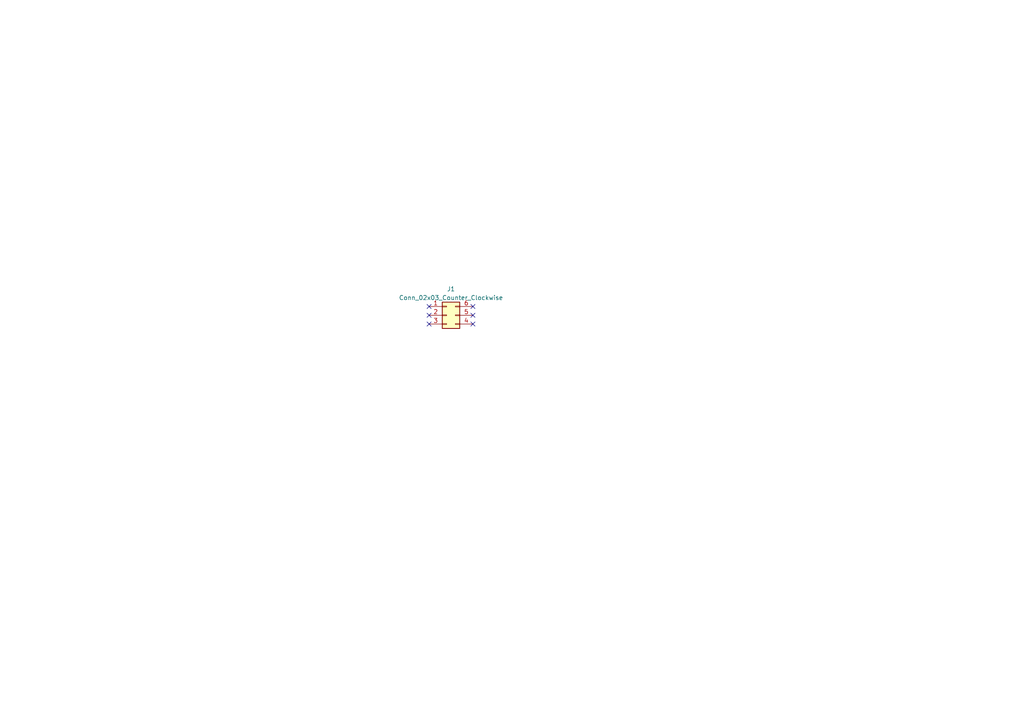
<source format=kicad_sch>
(kicad_sch (version 20220404) (generator eeschema)
  (paper "A4")
  (lib_symbols
    (symbol "Connector_Generic:Conn_02x03_Counter_Clockwise" (pin_names (offset 1.016) hide)
      (property "Reference" "J" (at 1.27 5.08 0))
      (property "Value" "Conn_02x03_Counter_Clockwise" (at 1.27 -5.08 0))
      (symbol "Conn_02x03_Counter_Clockwise_1_1"
        (rectangle (start -1.27 -2.413) (end 0 -2.667) (stroke (width 0.1524)))
        (rectangle (start -1.27 0.127) (end 0 -0.127) (stroke (width 0.1524)))
        (rectangle (start -1.27 2.667) (end 0 2.413) (stroke (width 0.1524)))
        (rectangle (start -1.27 3.81) (end 3.81 -3.81) (stroke (width 0.254)) (fill (type background)))
        (rectangle (start 3.81 -2.413) (end 2.54 -2.667) (stroke (width 0.1524)))
        (rectangle (start 3.81 0.127) (end 2.54 -0.127) (stroke (width 0.1524)))
        (rectangle (start 3.81 2.667) (end 2.54 2.413) (stroke (width 0.1524)))
        (pin passive line (at -5.08 2.54 0) (length 3.81) (name "Pin_1") (number "1"))
        (pin passive line (at -5.08 0 0) (length 3.81) (name "Pin_2") (number "2"))
        (pin passive line (at -5.08 -2.54 0) (length 3.81) (name "Pin_3") (number "3"))
        (pin passive line (at 7.62 -2.54 180) (length 3.81) (name "Pin_4") (number "4"))
        (pin passive line (at 7.62 0 180) (length 3.81) (name "Pin_5") (number "5"))
        (pin passive line (at 7.62 2.54 180) (length 3.81) (name "Pin_6") (number "6"))
      )
    )
  )
  (no_connect (at 137.16 88.9))
  (no_connect (at 137.16 91.44))
  (no_connect (at 137.16 93.98))
  (no_connect (at 124.46 93.98))
  (no_connect (at 124.46 91.44))
  (no_connect (at 124.46 88.9))
  (symbol (lib_id "Connector_Generic:Conn_02x03_Counter_Clockwise") (at 129.54 91.44 0) (unit 1)
    (default_instance (reference "J") (unit 1) (value "Conn_02x03_Counter_Clockwise") (footprint ""))
    (property "Reference" "J1" (at 130.81 83.82 0))
    (property "Value" "Conn_02x03_Counter_Clockwise" (at 130.81 86.36 0))
  )
)
</source>
